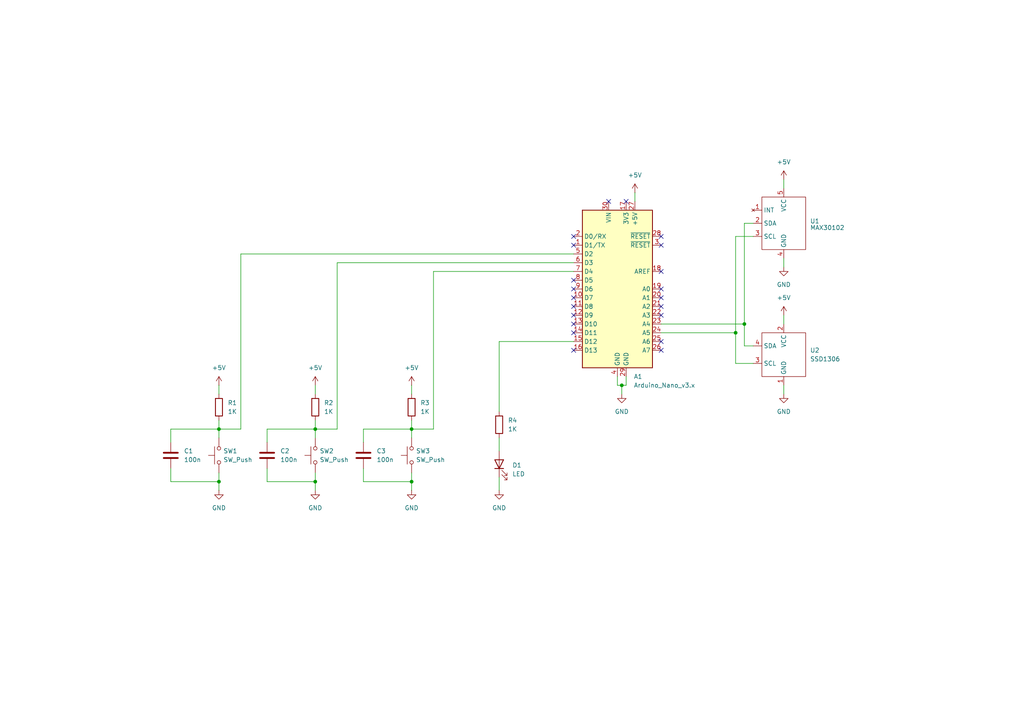
<source format=kicad_sch>
(kicad_sch (version 20231120) (generator "eeschema") (generator_version "8.0")
  (paper "A4")
  (title_block (title "Pulse Oximeter Schematic") (date "2025-10-03") (rev "1.0") (company "Choaib ELMADI"))
  (lib_symbols
    (symbol "Device:C" (pin_numbers hide) (pin_names (offset 0.254))
      (property "Reference" "C" (at 0.635 2.54 0))
      (property "Value" "C" (at 0.635 -2.54 0))
      (symbol "C_0_1"
        (polyline (pts (xy -2.032 -0.762) (xy 2.032 -0.762)) (stroke (width 0.508)))
        (polyline (pts (xy -2.032 0.762) (xy 2.032 0.762)) (stroke (width 0.508)))
      )
      (symbol "C_1_1"
        (pin passive line (at 0 3.81 270) (length 2.794) (name "~") (number "1"))
        (pin passive line (at 0 -3.81 90) (length 2.794) (name "~") (number "2"))
      )
    )
    (symbol "Device:LED" (pin_numbers hide) (pin_names (offset 1.016) hide)
      (property "Reference" "D" (at 0 2.54 0))
      (property "Value" "LED" (at 0 -2.54 0))
      (symbol "LED_0_1"
        (polyline (pts (xy -1.27 -1.27) (xy -1.27 1.27)) (stroke (width 0.254)))
        (polyline (pts (xy -1.27 0) (xy 1.27 0)))
        (polyline (pts (xy 1.27 -1.27) (xy 1.27 1.27) (xy -1.27 0) (xy 1.27 -1.27)) (stroke (width 0.254)))
        (polyline (pts (xy -3.048 -0.762) (xy -4.572 -2.286) (xy -3.81 -2.286) (xy -4.572 -2.286) (xy -4.572 -1.524)))
        (polyline (pts (xy -1.778 -0.762) (xy -3.302 -2.286) (xy -2.54 -2.286) (xy -3.302 -2.286) (xy -3.302 -1.524)))
      )
      (symbol "LED_1_1"
        (pin passive line (at -3.81 0 0) (length 2.54) (name "K") (number "1"))
        (pin passive line (at 3.81 0 180) (length 2.54) (name "A") (number "2"))
      )
    )
    (symbol "Device:R" (pin_numbers hide) (pin_names (offset 0))
      (property "Reference" "R" (at 2.032 0 90))
      (property "Value" "R" (at 0 0 90))
      (symbol "R_0_1"
        (rectangle (start -1.016 -2.54) (end 1.016 2.54) (stroke (width 0.254)))
      )
      (symbol "R_1_1"
        (pin passive line (at 0 3.81 270) (length 1.27) (name "~") (number "1"))
        (pin passive line (at 0 -3.81 90) (length 1.27) (name "~") (number "2"))
      )
    )
    (symbol "MCU_Module:Arduino_Nano_v3.x"
      (property "Reference" "A" (at -10.16 23.495 0))
      (property "Value" "Arduino_Nano_v3.x" (at 5.08 -24.13 0))
      (symbol "Arduino_Nano_v3.x_0_1"
        (rectangle (start -10.16 22.86) (end 10.16 -22.86) (stroke (width 0.254)) (fill (type background)))
      )
      (symbol "Arduino_Nano_v3.x_1_1"
        (pin bidirectional line (at -12.7 12.7 0) (length 2.54) (name "D1/TX") (number "1"))
        (pin bidirectional line (at -12.7 -2.54 0) (length 2.54) (name "D7") (number "10"))
        (pin bidirectional line (at -12.7 -5.08 0) (length 2.54) (name "D8") (number "11"))
        (pin bidirectional line (at -12.7 -7.62 0) (length 2.54) (name "D9") (number "12"))
        (pin bidirectional line (at -12.7 -10.16 0) (length 2.54) (name "D10") (number "13"))
        (pin bidirectional line (at -12.7 -12.7 0) (length 2.54) (name "D11") (number "14"))
        (pin bidirectional line (at -12.7 -15.24 0) (length 2.54) (name "D12") (number "15"))
        (pin bidirectional line (at -12.7 -17.78 0) (length 2.54) (name "D13") (number "16"))
        (pin power_out line (at 2.54 25.4 270) (length 2.54) (name "3V3") (number "17"))
        (pin input line (at 12.7 5.08 180) (length 2.54) (name "AREF") (number "18"))
        (pin bidirectional line (at 12.7 0 180) (length 2.54) (name "A0") (number "19"))
        (pin bidirectional line (at -12.7 15.24 0) (length 2.54) (name "D0/RX") (number "2"))
        (pin bidirectional line (at 12.7 -2.54 180) (length 2.54) (name "A1") (number "20"))
        (pin bidirectional line (at 12.7 -5.08 180) (length 2.54) (name "A2") (number "21"))
        (pin bidirectional line (at 12.7 -7.62 180) (length 2.54) (name "A3") (number "22"))
        (pin bidirectional line (at 12.7 -10.16 180) (length 2.54) (name "A4") (number "23"))
        (pin bidirectional line (at 12.7 -12.7 180) (length 2.54) (name "A5") (number "24"))
        (pin bidirectional line (at 12.7 -15.24 180) (length 2.54) (name "A6") (number "25"))
        (pin bidirectional line (at 12.7 -17.78 180) (length 2.54) (name "A7") (number "26"))
        (pin power_out line (at 5.08 25.4 270) (length 2.54) (name "+5V") (number "27"))
        (pin input line (at 12.7 15.24 180) (length 2.54) (name "~{RESET}") (number "28"))
        (pin power_in line (at 2.54 -25.4 90) (length 2.54) (name "GND") (number "29"))
        (pin input line (at 12.7 12.7 180) (length 2.54) (name "~{RESET}") (number "3"))
        (pin power_in line (at -2.54 25.4 270) (length 2.54) (name "VIN") (number "30"))
        (pin power_in line (at 0 -25.4 90) (length 2.54) (name "GND") (number "4"))
        (pin bidirectional line (at -12.7 10.16 0) (length 2.54) (name "D2") (number "5"))
        (pin bidirectional line (at -12.7 7.62 0) (length 2.54) (name "D3") (number "6"))
        (pin bidirectional line (at -12.7 5.08 0) (length 2.54) (name "D4") (number "7"))
        (pin bidirectional line (at -12.7 2.54 0) (length 2.54) (name "D5") (number "8"))
        (pin bidirectional line (at -12.7 0 0) (length 2.54) (name "D6") (number "9"))
      )
    )
    (symbol "Switch:SW_Push" (pin_numbers hide) (pin_names (offset 1.016) hide)
      (property "Reference" "SW" (at 1.27 2.54 0))
      (property "Value" "SW_Push" (at 0 -1.524 0))
      (symbol "SW_Push_0_1"
        (circle (center -2.032 0) (radius 0.508))
        (polyline (pts (xy 0 1.27) (xy 0 3.048)))
        (polyline (pts (xy 2.54 1.27) (xy -2.54 1.27)))
        (circle (center 2.032 0) (radius 0.508))
        (pin passive line (at -5.08 0 0) (length 2.54) (name "1") (number "1"))
        (pin passive line (at 5.08 0 180) (length 2.54) (name "2") (number "2"))
      )
    )
    (symbol "power:+5V" (power) (pin_numbers hide) (pin_names (offset 0) hide)
      (property "Value" "+5V" (at 0 3.556 0))
      (symbol "+5V_0_1"
        (polyline (pts (xy -0.762 1.27) (xy 0 2.54)))
        (polyline (pts (xy 0 0) (xy 0 2.54)))
        (polyline (pts (xy 0 2.54) (xy 0.762 1.27)))
      )
      (symbol "+5V_1_1"
        (pin power_in line (at 0 0 90) (length 0) (name "~") (number "1"))
      )
    )
    (symbol "power:GND" (power) (pin_numbers hide) (pin_names (offset 0) hide)
      (property "Value" "GND" (at 0 -3.81 0))
      (symbol "GND_0_1"
        (polyline (pts (xy 0 0) (xy 0 -1.27) (xy 1.27 -1.27) (xy 0 -2.54) (xy -1.27 -1.27) (xy 0 -1.27)))
      )
      (symbol "GND_1_1"
        (pin power_in line (at 0 0 270) (length 0) (name "~") (number "1"))
      )
    )
    (symbol "pso_lib:MAX30102_Module"
      (property "Reference" "U" (at 0 0 0))
      (property "Value" "MAX30102" (at 7.62 -9.398 0))
      (symbol "MAX30102_Module_0_1"
        (rectangle (start -6.35 7.62) (end 6.35 -7.62))
      )
      (symbol "MAX30102_Module_1_1"
        (pin no_connect line (at -8.89 3.81 0) (length 2.54) (name "INT") (number "1"))
        (pin bidirectional line (at -8.89 0 0) (length 2.54) (name "SDA") (number "2"))
        (pin input line (at -8.89 -3.81 0) (length 2.54) (name "SCL") (number "3"))
        (pin power_in line (at 0 -10.16 90) (length 2.54) (name "GND") (number "4"))
        (pin power_in line (at 0 10.16 270) (length 2.54) (name "VCC") (number "5"))
      )
    )
    (symbol "pso_lib:SSD1306_Module"
      (property "Reference" "U" (at 0 0 0))
      (property "Value" "SSD1306" (at 7.366 -7.62 0))
      (symbol "SSD1306_Module_0_1"
        (rectangle (start -6.35 6.35) (end 6.35 -6.35))
      )
      (symbol "SSD1306_Module_1_1"
        (pin power_in line (at 0 -8.89 90) (length 2.54) (name "GND") (number "1"))
        (pin power_in line (at 0 8.89 270) (length 2.54) (name "VCC") (number "2"))
        (pin input line (at -8.89 -2.54 0) (length 2.54) (name "SCL") (number "3"))
        (pin bidirectional line (at -8.89 2.54 0) (length 2.54) (name "SDA") (number "4"))
      )
    )
  )
  (junction (at 119.38 139.7))
  (junction (at 63.5 124.46))
  (junction (at 119.38 124.46))
  (junction (at 215.9 93.98))
  (junction (at 91.44 139.7))
  (junction (at 91.44 124.46))
  (junction (at 63.5 139.7))
  (junction (at 180.34 111.76))
  (junction (at 213.36 96.52))
  (no_connect (at 191.77 91.44))
  (no_connect (at 191.77 101.6))
  (no_connect (at 181.61 58.42))
  (no_connect (at 166.37 86.36))
  (no_connect (at 166.37 101.6))
  (no_connect (at 166.37 81.28))
  (no_connect (at 166.37 71.12))
  (no_connect (at 191.77 86.36))
  (no_connect (at 191.77 83.82))
  (no_connect (at 191.77 71.12))
  (no_connect (at 191.77 78.74))
  (no_connect (at 176.53 58.42))
  (no_connect (at 166.37 83.82))
  (no_connect (at 191.77 99.06))
  (no_connect (at 166.37 88.9))
  (no_connect (at 166.37 93.98))
  (no_connect (at 191.77 88.9))
  (no_connect (at 166.37 68.58))
  (no_connect (at 166.37 96.52))
  (no_connect (at 166.37 91.44))
  (no_connect (at 191.77 68.58))
  (wire (pts (xy 105.41 124.46) (xy 119.38 124.46)))
  (wire (pts (xy 191.77 96.52) (xy 213.36 96.52)))
  (wire (pts (xy 218.44 68.58) (xy 213.36 68.58)))
  (wire (pts (xy 91.44 124.46) (xy 91.44 127)))
  (wire (pts (xy 119.38 139.7) (xy 105.41 139.7)))
  (wire (pts (xy 69.85 124.46) (xy 69.85 73.66)))
  (wire (pts (xy 227.33 74.93) (xy 227.33 77.47)))
  (wire (pts (xy 91.44 137.16) (xy 91.44 139.7)))
  (wire (pts (xy 77.47 128.27) (xy 77.47 124.46)))
  (wire (pts (xy 97.79 76.2) (xy 166.37 76.2)))
  (wire (pts (xy 77.47 124.46) (xy 91.44 124.46)))
  (wire (pts (xy 191.77 93.98) (xy 215.9 93.98)))
  (wire (pts (xy 49.53 128.27) (xy 49.53 124.46)))
  (wire (pts (xy 125.73 78.74) (xy 166.37 78.74)))
  (wire (pts (xy 213.36 96.52) (xy 213.36 105.41)))
  (wire (pts (xy 179.07 111.76) (xy 180.34 111.76)))
  (wire (pts (xy 91.44 124.46) (xy 97.79 124.46)))
  (wire (pts (xy 105.41 139.7) (xy 105.41 135.89)))
  (wire (pts (xy 218.44 100.33) (xy 215.9 100.33)))
  (wire (pts (xy 144.78 99.06) (xy 166.37 99.06)))
  (wire (pts (xy 179.07 109.22) (xy 179.07 111.76)))
  (wire (pts (xy 213.36 68.58) (xy 213.36 96.52)))
  (wire (pts (xy 91.44 139.7) (xy 91.44 142.24)))
  (wire (pts (xy 215.9 64.77) (xy 215.9 93.98)))
  (wire (pts (xy 213.36 105.41) (xy 218.44 105.41)))
  (wire (pts (xy 69.85 73.66) (xy 166.37 73.66)))
  (wire (pts (xy 180.34 111.76) (xy 180.34 114.3)))
  (wire (pts (xy 119.38 137.16) (xy 119.38 139.7)))
  (wire (pts (xy 63.5 124.46) (xy 69.85 124.46)))
  (wire (pts (xy 49.53 124.46) (xy 63.5 124.46)))
  (wire (pts (xy 119.38 121.92) (xy 119.38 124.46)))
  (wire (pts (xy 63.5 137.16) (xy 63.5 139.7)))
  (wire (pts (xy 227.33 91.44) (xy 227.33 93.98)))
  (wire (pts (xy 144.78 119.38) (xy 144.78 99.06)))
  (wire (pts (xy 119.38 139.7) (xy 119.38 142.24)))
  (wire (pts (xy 63.5 139.7) (xy 49.53 139.7)))
  (wire (pts (xy 181.61 111.76) (xy 181.61 109.22)))
  (wire (pts (xy 97.79 124.46) (xy 97.79 76.2)))
  (wire (pts (xy 144.78 127) (xy 144.78 130.81)))
  (wire (pts (xy 105.41 128.27) (xy 105.41 124.46)))
  (wire (pts (xy 49.53 139.7) (xy 49.53 135.89)))
  (wire (pts (xy 227.33 52.07) (xy 227.33 54.61)))
  (wire (pts (xy 218.44 64.77) (xy 215.9 64.77)))
  (wire (pts (xy 215.9 100.33) (xy 215.9 93.98)))
  (wire (pts (xy 144.78 138.43) (xy 144.78 142.24)))
  (wire (pts (xy 77.47 139.7) (xy 77.47 135.89)))
  (wire (pts (xy 184.15 55.88) (xy 184.15 58.42)))
  (wire (pts (xy 91.44 139.7) (xy 77.47 139.7)))
  (wire (pts (xy 119.38 111.76) (xy 119.38 114.3)))
  (wire (pts (xy 227.33 111.76) (xy 227.33 114.3)))
  (wire (pts (xy 119.38 124.46) (xy 125.73 124.46)))
  (wire (pts (xy 91.44 111.76) (xy 91.44 114.3)))
  (wire (pts (xy 63.5 111.76) (xy 63.5 114.3)))
  (wire (pts (xy 91.44 121.92) (xy 91.44 124.46)))
  (wire (pts (xy 63.5 139.7) (xy 63.5 142.24)))
  (wire (pts (xy 119.38 124.46) (xy 119.38 127)))
  (wire (pts (xy 125.73 124.46) (xy 125.73 78.74)))
  (wire (pts (xy 63.5 121.92) (xy 63.5 124.46)))
  (wire (pts (xy 180.34 111.76) (xy 181.61 111.76)))
  (wire (pts (xy 63.5 124.46) (xy 63.5 127)))
  (symbol (lib_id "power:+5V") (at 227.33 52.07 0) (unit 1)
    (property "Reference" "#PWR012" (effects (hide yes)))
    (property "Value" "+5V" (at 227.33 46.99 0))
    (property "Description" "Power symbol creates a global label with name \"+5V\"" (effects (hide yes)))
  )
  (symbol (lib_id "Device:LED") (at 144.78 134.62 90) (unit 1)
    (property "Reference" "D1" (at 148.59 134.9374 90) (effects (justify right)))
    (property "Value" "LED" (at 148.59 137.4774 90) (effects (justify right)))
    (property "Footprint" "LED_THT:LED_D3.0mm" (effects (hide yes)))
    (property "Description" "Light emitting diode" (effects (hide yes)))
  )
  (symbol (lib_id "Switch:SW_Push") (at 63.5 132.08 90) (unit 1)
    (property "Reference" "SW1" (at 64.77 130.8099 90) (effects (justify right)))
    (property "Value" "SW_Push" (at 64.77 133.3499 90) (effects (justify right)))
    (property "Footprint" "Button_Switch_THT:SW_PUSH_6mm" (effects (hide yes)))
    (property "Description" "Push button switch, generic, two pins" (effects (hide yes)))
  )
  (symbol (lib_id "power:+5V") (at 91.44 111.76 0) (unit 1)
    (property "Reference" "#PWR05" (effects (hide yes)))
    (property "Value" "+5V" (at 91.44 106.68 0))
    (property "Description" "Power symbol creates a global label with name \"+5V\"" (effects (hide yes)))
  )
  (symbol (lib_id "power:GND") (at 227.33 77.47 0) (unit 1)
    (property "Reference" "#PWR011" (effects (hide yes)))
    (property "Value" "GND" (at 227.33 82.55 0))
    (property "Description" "Power symbol creates a global label with name \"GND\" , ground" (effects (hide yes)))
  )
  (symbol (lib_id "pso_lib:SSD1306_Module") (at 227.33 102.87 0) (unit 1)
    (property "Reference" "U2" (at 234.95 101.5999 0) (effects (justify left)))
    (property "Value" "SSD1306" (at 234.95 104.1399 0) (effects (justify left)))
    (property "Footprint" "pso_lib:SSD1306_Module" (effects (hide yes)))
  )
  (symbol (lib_id "power:GND") (at 63.5 142.24 0) (unit 1)
    (property "Reference" "#PWR03" (effects (hide yes)))
    (property "Value" "GND" (at 63.5 147.32 0))
    (property "Description" "Power symbol creates a global label with name \"GND\" , ground" (effects (hide yes)))
  )
  (symbol (lib_id "power:GND") (at 144.78 142.24 0) (unit 1)
    (property "Reference" "#PWR09" (effects (hide yes)))
    (property "Value" "GND" (at 144.78 147.32 0))
    (property "Description" "Power symbol creates a global label with name \"GND\" , ground" (effects (hide yes)))
  )
  (symbol (lib_id "power:+5V") (at 63.5 111.76 0) (unit 1)
    (property "Reference" "#PWR04" (effects (hide yes)))
    (property "Value" "+5V" (at 63.5 106.68 0))
    (property "Description" "Power symbol creates a global label with name \"+5V\"" (effects (hide yes)))
  )
  (symbol (lib_id "power:GND") (at 227.33 114.3 0) (unit 1)
    (property "Reference" "#PWR010" (effects (hide yes)))
    (property "Value" "GND" (at 227.33 119.38 0))
    (property "Description" "Power symbol creates a global label with name \"GND\" , ground" (effects (hide yes)))
  )
  (symbol (lib_id "power:GND") (at 180.34 114.3 0) (unit 1)
    (property "Reference" "#PWR02" (effects (hide yes)))
    (property "Value" "GND" (at 180.34 119.38 0))
    (property "Description" "Power symbol creates a global label with name \"GND\" , ground" (effects (hide yes)))
  )
  (symbol (lib_id "power:GND") (at 91.44 142.24 0) (unit 1)
    (property "Reference" "#PWR06" (effects (hide yes)))
    (property "Value" "GND" (at 91.44 147.32 0))
    (property "Description" "Power symbol creates a global label with name \"GND\" , ground" (effects (hide yes)))
  )
  (symbol (lib_id "MCU_Module:Arduino_Nano_v3.x") (at 179.07 83.82 0) (unit 1)
    (property "Reference" "A1" (at 183.8041 109.22 0) (effects (justify left)))
    (property "Value" "Arduino_Nano_v3.x" (at 183.8041 111.76 0) (effects (justify left)))
    (property "Footprint" "Module:Arduino_Nano" (effects (hide yes)))
    (property "Datasheet" "http://www.mouser.com/pdfdocs/Gravitech_Arduino_Nano3_0.pdf" (effects (hide yes)))
    (property "Description" "Arduino Nano v3.x" (effects (hide yes)))
  )
  (symbol (lib_id "Device:R") (at 144.78 123.19 0) (unit 1)
    (property "Reference" "R4" (at 147.32 121.9199 0) (effects (justify left)))
    (property "Value" "1K" (at 147.32 124.4599 0) (effects (justify left)))
    (property "Footprint" "Resistor_THT:R_Axial_DIN0207_L6.3mm_D2.5mm_P7.62mm_Horizontal" (effects (hide yes)))
    (property "Description" "Resistor" (effects (hide yes)))
  )
  (symbol (lib_id "Device:C") (at 49.53 132.08 0) (unit 1)
    (property "Reference" "C1" (at 53.34 130.8099 0) (effects (justify left)))
    (property "Value" "100n" (at 53.34 133.3499 0) (effects (justify left)))
    (property "Footprint" "Capacitor_THT:C_Disc_D4.7mm_W2.5mm_P5.00mm" (effects (hide yes)))
    (property "Description" "Unpolarized capacitor" (effects (hide yes)))
  )
  (symbol (lib_id "Device:R") (at 91.44 118.11 0) (unit 1)
    (property "Reference" "R2" (at 93.98 116.8399 0) (effects (justify left)))
    (property "Value" "1K" (at 93.98 119.3799 0) (effects (justify left)))
    (property "Footprint" "Resistor_THT:R_Axial_DIN0207_L6.3mm_D2.5mm_P7.62mm_Horizontal" (effects (hide yes)))
    (property "Description" "Resistor" (effects (hide yes)))
  )
  (symbol (lib_id "Switch:SW_Push") (at 119.38 132.08 90) (unit 1)
    (property "Reference" "SW3" (at 120.65 130.8099 90) (effects (justify right)))
    (property "Value" "SW_Push" (at 120.65 133.3499 90) (effects (justify right)))
    (property "Footprint" "Button_Switch_THT:SW_PUSH_6mm" (effects (hide yes)))
    (property "Description" "Push button switch, generic, two pins" (effects (hide yes)))
  )
  (symbol (lib_id "power:+5V") (at 227.33 91.44 0) (unit 1)
    (property "Reference" "#PWR013" (effects (hide yes)))
    (property "Value" "+5V" (at 227.33 86.36 0))
    (property "Description" "Power symbol creates a global label with name \"+5V\"" (effects (hide yes)))
  )
  (symbol (lib_id "power:+5V") (at 119.38 111.76 0) (unit 1)
    (property "Reference" "#PWR07" (effects (hide yes)))
    (property "Value" "+5V" (at 119.38 106.68 0))
    (property "Description" "Power symbol creates a global label with name \"+5V\"" (effects (hide yes)))
  )
  (symbol (lib_id "power:GND") (at 119.38 142.24 0) (unit 1)
    (property "Reference" "#PWR08" (effects (hide yes)))
    (property "Value" "GND" (at 119.38 147.32 0))
    (property "Description" "Power symbol creates a global label with name \"GND\" , ground" (effects (hide yes)))
  )
  (symbol (lib_id "Switch:SW_Push") (at 91.44 132.08 90) (unit 1)
    (property "Reference" "SW2" (at 92.71 130.8099 90) (effects (justify right)))
    (property "Value" "SW_Push" (at 92.71 133.3499 90) (effects (justify right)))
    (property "Footprint" "Button_Switch_THT:SW_PUSH_6mm" (effects (hide yes)))
    (property "Description" "Push button switch, generic, two pins" (effects (hide yes)))
  )
  (symbol (lib_id "pso_lib:MAX30102_Module") (at 227.33 64.77 0) (unit 1)
    (property "Reference" "U1" (at 234.95 64.1349 0) (effects (justify left)))
    (property "Value" "MAX30102" (at 234.95 66.04 0) (effects (justify left)))
    (property "Footprint" "pso_lib:MAX30102_Module" (effects (hide yes)))
  )
  (symbol (lib_id "Device:R") (at 63.5 118.11 0) (unit 1)
    (property "Reference" "R1" (at 66.04 116.8399 0) (effects (justify left)))
    (property "Value" "1K" (at 66.04 119.3799 0) (effects (justify left)))
    (property "Footprint" "Resistor_THT:R_Axial_DIN0207_L6.3mm_D2.5mm_P7.62mm_Horizontal" (effects (hide yes)))
    (property "Description" "Resistor" (effects (hide yes)))
  )
  (symbol (lib_id "Device:R") (at 119.38 118.11 0) (unit 1)
    (property "Reference" "R3" (at 121.92 116.8399 0) (effects (justify left)))
    (property "Value" "1K" (at 121.92 119.3799 0) (effects (justify left)))
    (property "Footprint" "Resistor_THT:R_Axial_DIN0207_L6.3mm_D2.5mm_P7.62mm_Horizontal" (effects (hide yes)))
    (property "Description" "Resistor" (effects (hide yes)))
  )
  (symbol (lib_id "power:+5V") (at 184.15 55.88 0) (unit 1)
    (property "Reference" "#PWR01" (effects (hide yes)))
    (property "Value" "+5V" (at 184.15 50.8 0))
    (property "Description" "Power symbol creates a global label with name \"+5V\"" (effects (hide yes)))
  )
  (symbol (lib_id "Device:C") (at 105.41 132.08 0) (unit 1)
    (property "Reference" "C3" (at 109.22 130.8099 0) (effects (justify left)))
    (property "Value" "100n" (at 109.22 133.3499 0) (effects (justify left)))
    (property "Footprint" "Capacitor_THT:C_Disc_D4.7mm_W2.5mm_P5.00mm" (effects (hide yes)))
    (property "Description" "Unpolarized capacitor" (effects (hide yes)))
  )
  (symbol (lib_id "Device:C") (at 77.47 132.08 0) (unit 1)
    (property "Reference" "C2" (at 81.28 130.8099 0) (effects (justify left)))
    (property "Value" "100n" (at 81.28 133.3499 0) (effects (justify left)))
    (property "Footprint" "Capacitor_THT:C_Disc_D4.7mm_W2.5mm_P5.00mm" (effects (hide yes)))
    (property "Description" "Unpolarized capacitor" (effects (hide yes)))
  )
)
</source>
